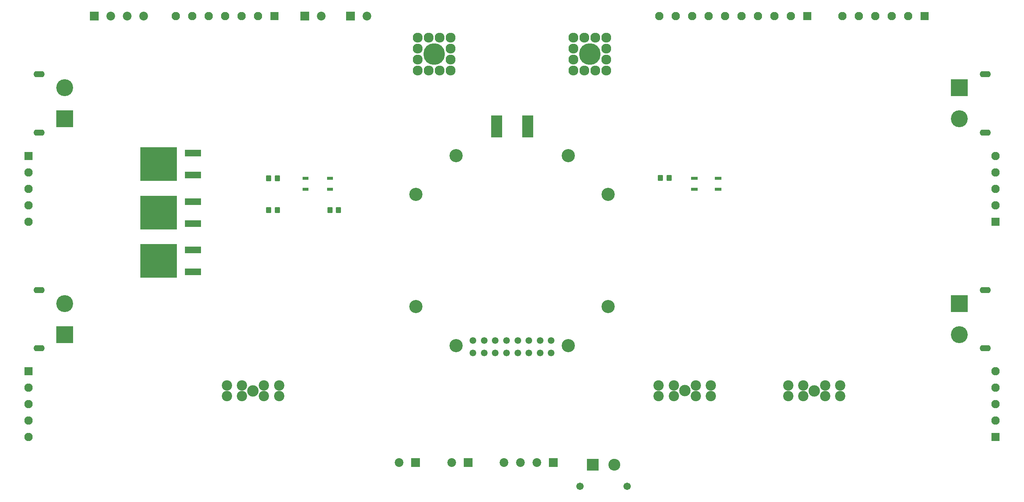
<source format=gts>
G04 #@! TF.GenerationSoftware,KiCad,Pcbnew,8.0.4*
G04 #@! TF.CreationDate,2025-02-19T19:20:14+01:00*
G04 #@! TF.ProjectId,Quiver_PDB_01,51756976-6572-45f5-9044-425f30312e6b,rev?*
G04 #@! TF.SameCoordinates,Original*
G04 #@! TF.FileFunction,Soldermask,Top*
G04 #@! TF.FilePolarity,Negative*
%FSLAX46Y46*%
G04 Gerber Fmt 4.6, Leading zero omitted, Abs format (unit mm)*
G04 Created by KiCad (PCBNEW 8.0.4) date 2025-02-19 19:20:14*
%MOMM*%
%LPD*%
G01*
G04 APERTURE LIST*
G04 Aperture macros list*
%AMRoundRect*
0 Rectangle with rounded corners*
0 $1 Rounding radius*
0 $2 $3 $4 $5 $6 $7 $8 $9 X,Y pos of 4 corners*
0 Add a 4 corners polygon primitive as box body*
4,1,4,$2,$3,$4,$5,$6,$7,$8,$9,$2,$3,0*
0 Add four circle primitives for the rounded corners*
1,1,$1+$1,$2,$3*
1,1,$1+$1,$4,$5*
1,1,$1+$1,$6,$7*
1,1,$1+$1,$8,$9*
0 Add four rect primitives between the rounded corners*
20,1,$1+$1,$2,$3,$4,$5,0*
20,1,$1+$1,$4,$5,$6,$7,0*
20,1,$1+$1,$6,$7,$8,$9,0*
20,1,$1+$1,$8,$9,$2,$3,0*%
G04 Aperture macros list end*
%ADD10RoundRect,0.250000X0.350000X0.450000X-0.350000X0.450000X-0.350000X-0.450000X0.350000X-0.450000X0*%
%ADD11C,2.650000*%
%ADD12C,2.400000*%
%ADD13C,3.054000*%
%ADD14RoundRect,0.102000X1.200000X1.200000X-1.200000X1.200000X-1.200000X-1.200000X1.200000X-1.200000X0*%
%ADD15C,1.550000*%
%ADD16RoundRect,0.250000X-0.350000X-0.450000X0.350000X-0.450000X0.350000X0.450000X-0.350000X0.450000X0*%
%ADD17R,1.950000X1.950000*%
%ADD18C,1.950000*%
%ADD19R,2.025000X2.025000*%
%ADD20C,2.025000*%
%ADD21C,5.000000*%
%ADD22C,2.300000*%
%ADD23R,3.810000X1.620000*%
%ADD24R,8.510000X7.870000*%
%ADD25C,2.754000*%
%ADD26RoundRect,0.102000X1.275000X1.275000X-1.275000X1.275000X-1.275000X-1.275000X1.275000X-1.275000X0*%
%ADD27C,1.712000*%
%ADD28R,1.350000X0.650000*%
%ADD29R,1.500000X0.650000*%
%ADD30RoundRect,0.102000X-1.858000X1.858000X-1.858000X-1.858000X1.858000X-1.858000X1.858000X1.858000X0*%
%ADD31C,3.920000*%
%ADD32O,2.604000X1.404000*%
%ADD33RoundRect,0.102000X1.858000X-1.858000X1.858000X1.858000X-1.858000X1.858000X-1.858000X-1.858000X0*%
G04 APERTURE END LIST*
D10*
X95600000Y-75800000D03*
X93600000Y-75800000D03*
D11*
X190000000Y-124955000D03*
D12*
X183960000Y-123750000D03*
X183960000Y-126250000D03*
X187460000Y-123750000D03*
X187460000Y-126250000D03*
X192540000Y-123750000D03*
X192540000Y-126250000D03*
X196040000Y-123750000D03*
X196040000Y-126250000D03*
D13*
X137012882Y-70500000D03*
X127762882Y-79500000D03*
X127762882Y-105500000D03*
X137012882Y-114500000D03*
X172262882Y-79500000D03*
X163012882Y-70500000D03*
X163012882Y-114500000D03*
X172262882Y-105500000D03*
D14*
X153612882Y-65000000D03*
X153612882Y-62500000D03*
X146412882Y-65000000D03*
X146412882Y-62500000D03*
D15*
X140962882Y-113350000D03*
X140962882Y-116200000D03*
X143546215Y-113350000D03*
X143546215Y-116200000D03*
X146129549Y-113350000D03*
X146129549Y-116200000D03*
X148712882Y-113350000D03*
X148712882Y-116200000D03*
X151312882Y-113350000D03*
X151312882Y-116200000D03*
X153896215Y-113350000D03*
X153896215Y-116200000D03*
X156479549Y-113350000D03*
X156479549Y-116200000D03*
X159062882Y-113350000D03*
X159062882Y-116200000D03*
D11*
X220000000Y-125045000D03*
D12*
X226040000Y-126250000D03*
X226040000Y-123750000D03*
X222540000Y-126250000D03*
X222540000Y-123750000D03*
X217460000Y-126250000D03*
X217460000Y-123750000D03*
X213960000Y-126250000D03*
X213960000Y-123750000D03*
D10*
X109800000Y-83100000D03*
X107800000Y-83100000D03*
D16*
X184400000Y-75700000D03*
X186400000Y-75700000D03*
D17*
X262000000Y-85800000D03*
D18*
X262000000Y-81990000D03*
X262000000Y-78180000D03*
X262000000Y-74370000D03*
X262000000Y-70560000D03*
D17*
X245550000Y-38200000D03*
D18*
X241740000Y-38200000D03*
X237930000Y-38200000D03*
X234120000Y-38200000D03*
X230310000Y-38200000D03*
X226500000Y-38200000D03*
D19*
X112600000Y-38200000D03*
D20*
X116410000Y-38200000D03*
D17*
X262000000Y-135700000D03*
D18*
X262000000Y-131890000D03*
X262000000Y-128080000D03*
X262000000Y-124270000D03*
X262000000Y-120460000D03*
D16*
X93600000Y-83100000D03*
X95600000Y-83100000D03*
D21*
X132000000Y-47000000D03*
D22*
X128190000Y-50810000D03*
X130730000Y-50810000D03*
X133270000Y-50810000D03*
X135810000Y-50810000D03*
X135810000Y-48270000D03*
X135810000Y-45730000D03*
X135810000Y-43190000D03*
X133270000Y-43190000D03*
X130730000Y-43190000D03*
X128190000Y-43190000D03*
X128190000Y-45730000D03*
X128190000Y-48270000D03*
D21*
X168000000Y-47000000D03*
D22*
X164190000Y-50810000D03*
X166730000Y-50810000D03*
X169270000Y-50810000D03*
X171810000Y-50810000D03*
X171810000Y-48270000D03*
X171810000Y-45730000D03*
X171810000Y-43190000D03*
X169270000Y-43190000D03*
X166730000Y-43190000D03*
X164190000Y-43190000D03*
X164190000Y-45730000D03*
X164190000Y-48270000D03*
D19*
X53200000Y-38200000D03*
D20*
X57010000Y-38200000D03*
X60820000Y-38200000D03*
X64630000Y-38200000D03*
D23*
X76045000Y-97470000D03*
X76045000Y-92390000D03*
D24*
X68105000Y-94930000D03*
D25*
X173700000Y-142150000D03*
D26*
X168700000Y-142150000D03*
D27*
X165700000Y-147150000D03*
X176700000Y-147150000D03*
D11*
X90000000Y-125045000D03*
D12*
X96040000Y-126250000D03*
X96040000Y-123750000D03*
X92540000Y-126250000D03*
X92540000Y-123750000D03*
X87460000Y-126250000D03*
X87460000Y-123750000D03*
X83960000Y-126250000D03*
X83960000Y-123750000D03*
D19*
X139800000Y-141650000D03*
D20*
X135990000Y-141650000D03*
D23*
X76045000Y-86240000D03*
X76045000Y-81160000D03*
D24*
X68105000Y-83700000D03*
D17*
X38000000Y-120500000D03*
D18*
X38000000Y-124310000D03*
X38000000Y-128120000D03*
X38000000Y-131930000D03*
X38000000Y-135740000D03*
D19*
X159600000Y-141650000D03*
D20*
X155790000Y-141650000D03*
X151980000Y-141650000D03*
X148170000Y-141650000D03*
D17*
X95000000Y-38200000D03*
D18*
X91190000Y-38200000D03*
X87380000Y-38200000D03*
X83570000Y-38200000D03*
X79760000Y-38200000D03*
X75950000Y-38200000D03*
X72140000Y-38200000D03*
D19*
X102000000Y-38200000D03*
D20*
X105810000Y-38200000D03*
D17*
X218400000Y-38200000D03*
D18*
X214590000Y-38200000D03*
X210780000Y-38200000D03*
X206970000Y-38200000D03*
X203160000Y-38200000D03*
X199350000Y-38200000D03*
X195540000Y-38200000D03*
X191730000Y-38200000D03*
X187920000Y-38200000D03*
X184110000Y-38200000D03*
D28*
X102175000Y-75730000D03*
X102175000Y-78270000D03*
X107825000Y-78270000D03*
X107825000Y-75730000D03*
D29*
X192250000Y-75730000D03*
X192250000Y-78270000D03*
X197750000Y-78270000D03*
X197750000Y-75730000D03*
D19*
X127600000Y-141650000D03*
D20*
X123790000Y-141650000D03*
D23*
X76045000Y-75010000D03*
X76045000Y-69930000D03*
D24*
X68105000Y-72470000D03*
D17*
X38000000Y-70600000D03*
D18*
X38000000Y-74410000D03*
X38000000Y-78220000D03*
X38000000Y-82030000D03*
X38000000Y-85840000D03*
D30*
X46400000Y-62000000D03*
D31*
X46400000Y-54800000D03*
D32*
X40400000Y-65150000D03*
X40400000Y-51650000D03*
D33*
X253600000Y-54800000D03*
D31*
X253600000Y-62000000D03*
D32*
X259600000Y-51650000D03*
X259600000Y-65150000D03*
D33*
X253600000Y-104800000D03*
D31*
X253600000Y-112000000D03*
D32*
X259600000Y-101650000D03*
X259600000Y-115150000D03*
D30*
X46400000Y-112000000D03*
D31*
X46400000Y-104800000D03*
D32*
X40400000Y-115150000D03*
X40400000Y-101650000D03*
M02*

</source>
